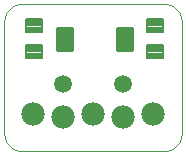
<source format=gts>
G75*
%MOIN*%
%OFA0B0*%
%FSLAX24Y24*%
%IPPOS*%
%LPD*%
%AMOC8*
5,1,8,0,0,1.08239X$1,22.5*
%
%ADD10C,0.0000*%
%ADD11C,0.0591*%
%ADD12C,0.0780*%
%ADD13C,0.0089*%
%ADD14C,0.0077*%
D10*
X000679Y000733D02*
X000679Y004473D01*
X000678Y004473D02*
X000680Y004519D01*
X000685Y004565D01*
X000694Y004611D01*
X000707Y004656D01*
X000723Y004699D01*
X000742Y004741D01*
X000765Y004782D01*
X000791Y004820D01*
X000820Y004857D01*
X000851Y004891D01*
X000885Y004922D01*
X000922Y004951D01*
X000960Y004977D01*
X001001Y005000D01*
X001043Y005019D01*
X001086Y005035D01*
X001131Y005048D01*
X001177Y005057D01*
X001223Y005062D01*
X001269Y005064D01*
X005994Y005064D01*
X006040Y005062D01*
X006086Y005057D01*
X006132Y005048D01*
X006177Y005035D01*
X006220Y005019D01*
X006262Y005000D01*
X006303Y004977D01*
X006341Y004951D01*
X006378Y004922D01*
X006412Y004891D01*
X006443Y004857D01*
X006472Y004820D01*
X006498Y004782D01*
X006521Y004741D01*
X006540Y004699D01*
X006556Y004656D01*
X006569Y004611D01*
X006578Y004565D01*
X006583Y004519D01*
X006585Y004473D01*
X006584Y004473D02*
X006584Y000733D01*
X006585Y000733D02*
X006583Y000687D01*
X006578Y000641D01*
X006569Y000595D01*
X006556Y000550D01*
X006540Y000507D01*
X006521Y000465D01*
X006498Y000424D01*
X006472Y000386D01*
X006443Y000349D01*
X006412Y000315D01*
X006378Y000284D01*
X006341Y000255D01*
X006303Y000229D01*
X006262Y000206D01*
X006220Y000187D01*
X006177Y000171D01*
X006132Y000158D01*
X006086Y000149D01*
X006040Y000144D01*
X005994Y000142D01*
X005994Y000143D02*
X001269Y000143D01*
X001269Y000142D02*
X001223Y000144D01*
X001177Y000149D01*
X001131Y000158D01*
X001086Y000171D01*
X001043Y000187D01*
X001001Y000206D01*
X000960Y000229D01*
X000922Y000255D01*
X000885Y000284D01*
X000851Y000315D01*
X000820Y000349D01*
X000791Y000386D01*
X000765Y000424D01*
X000742Y000465D01*
X000723Y000507D01*
X000707Y000550D01*
X000694Y000595D01*
X000685Y000641D01*
X000680Y000687D01*
X000678Y000733D01*
D11*
X002631Y002387D03*
X004631Y002387D03*
D12*
X003631Y001374D03*
X004631Y001274D03*
X005631Y001374D03*
X002631Y001274D03*
X001631Y001374D03*
D13*
X002440Y003524D02*
X002440Y004262D01*
X002942Y004262D01*
X002942Y003524D01*
X002440Y003524D01*
X002440Y003612D02*
X002942Y003612D01*
X002942Y003700D02*
X002440Y003700D01*
X002440Y003788D02*
X002942Y003788D01*
X002942Y003876D02*
X002440Y003876D01*
X002440Y003964D02*
X002942Y003964D01*
X002942Y004052D02*
X002440Y004052D01*
X002440Y004140D02*
X002942Y004140D01*
X002942Y004228D02*
X002440Y004228D01*
X004918Y004262D02*
X004918Y003524D01*
X004416Y003524D01*
X004416Y004262D01*
X004918Y004262D01*
X004918Y003612D02*
X004416Y003612D01*
X004416Y003700D02*
X004918Y003700D01*
X004918Y003788D02*
X004416Y003788D01*
X004416Y003876D02*
X004918Y003876D01*
X004918Y003964D02*
X004416Y003964D01*
X004416Y004052D02*
X004918Y004052D01*
X004918Y004140D02*
X004416Y004140D01*
X004416Y004228D02*
X004918Y004228D01*
D14*
X005948Y004108D02*
X005948Y004544D01*
X005948Y004108D02*
X005434Y004108D01*
X005434Y004544D01*
X005948Y004544D01*
X005948Y004184D02*
X005434Y004184D01*
X005434Y004260D02*
X005948Y004260D01*
X005948Y004336D02*
X005434Y004336D01*
X005434Y004412D02*
X005948Y004412D01*
X005948Y004488D02*
X005434Y004488D01*
X005948Y003677D02*
X005948Y003241D01*
X005434Y003241D01*
X005434Y003677D01*
X005948Y003677D01*
X005948Y003317D02*
X005434Y003317D01*
X005434Y003393D02*
X005948Y003393D01*
X005948Y003469D02*
X005434Y003469D01*
X005434Y003545D02*
X005948Y003545D01*
X005948Y003621D02*
X005434Y003621D01*
X001410Y003677D02*
X001410Y003241D01*
X001410Y003677D02*
X001924Y003677D01*
X001924Y003241D01*
X001410Y003241D01*
X001410Y003317D02*
X001924Y003317D01*
X001924Y003393D02*
X001410Y003393D01*
X001410Y003469D02*
X001924Y003469D01*
X001924Y003545D02*
X001410Y003545D01*
X001410Y003621D02*
X001924Y003621D01*
X001410Y004108D02*
X001410Y004544D01*
X001924Y004544D01*
X001924Y004108D01*
X001410Y004108D01*
X001410Y004184D02*
X001924Y004184D01*
X001924Y004260D02*
X001410Y004260D01*
X001410Y004336D02*
X001924Y004336D01*
X001924Y004412D02*
X001410Y004412D01*
X001410Y004488D02*
X001924Y004488D01*
M02*

</source>
